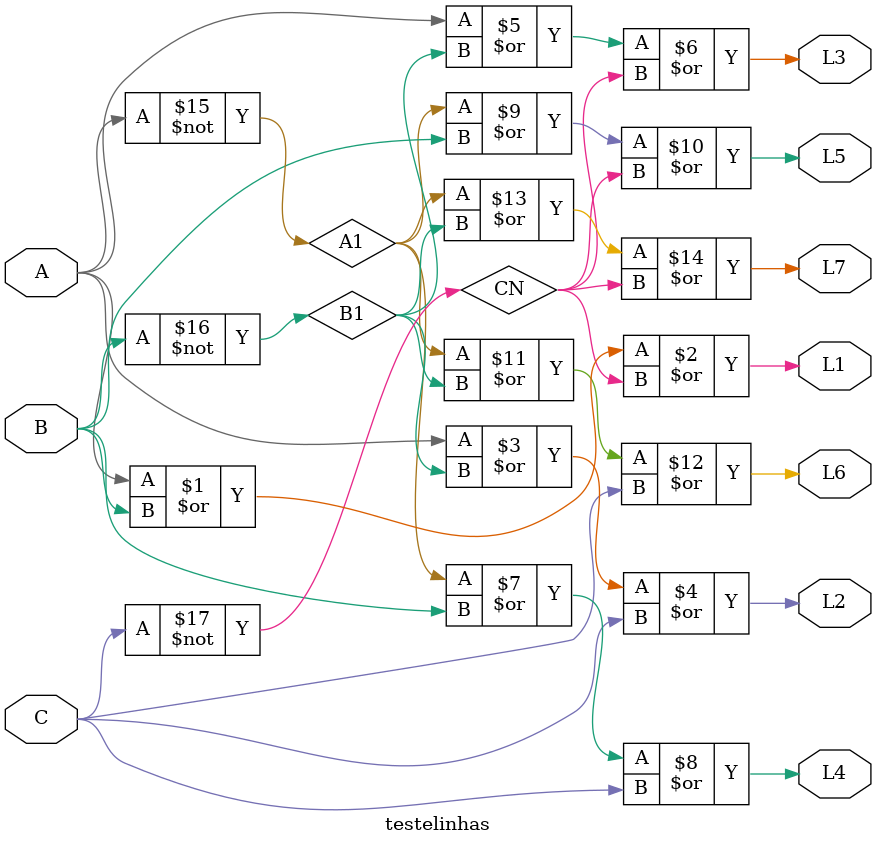
<source format=v>
module testelinhas(input A,B,C, output L1,L2,L3,L4,L5,L6,L7);
not not0(A1,A);
not not1(B1,B);
not not2(CN,C);
or and0(L1,A,B,CN);
or and1(L2,A,B1,C);
or and2(L3,A,B1,CN);
or and3(L4,A1,B,C);
or and4(L5,A1,B,CN);
or or0(L6,A1,B1,C);
or or1(L7,A1,B1,CN);
endmodule 
</source>
